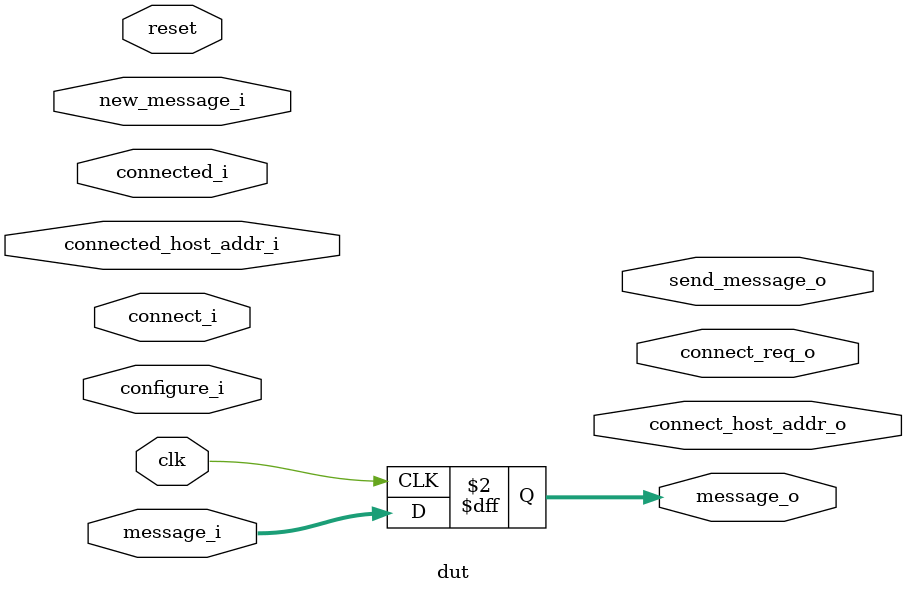
<source format=v>
`timescale 1 ns / 100 ps

module dut (
  input wire  		clk,
  input wire  		reset,
  input wire  		configure_i,
  input wire  		connect_i,
  input wire  		connected_i,
  input wire[5:0] 	connected_host_addr_i,
  input wire  		new_message_i,
  input wire[7:0]  	message_i,

  output reg		connect_req_o,
  output reg[5:0]  	connect_host_addr_o,
  output reg		send_message_o,
  output reg[7:0]	message_o
);

always @ (posedge clk)
  begin
    message_o  <= message_i;
//    valid  <= enable;
  end

endmodule

</source>
